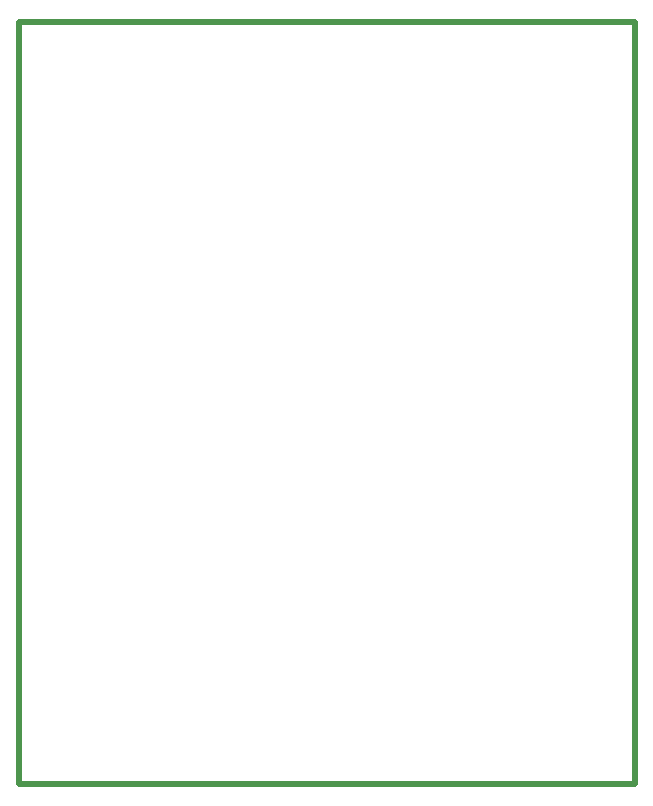
<source format=gm1>
G04*
G04 #@! TF.GenerationSoftware,Altium Limited,Altium Designer,19.0.14 (431)*
G04*
G04 Layer_Color=16711935*
%FSLAX25Y25*%
%MOIN*%
G70*
G01*
G75*
%ADD38C,0.02000*%
D38*
X0Y0D02*
Y254000D01*
X205500D01*
Y0D02*
Y254000D01*
X0Y0D02*
X205500D01*
M02*

</source>
